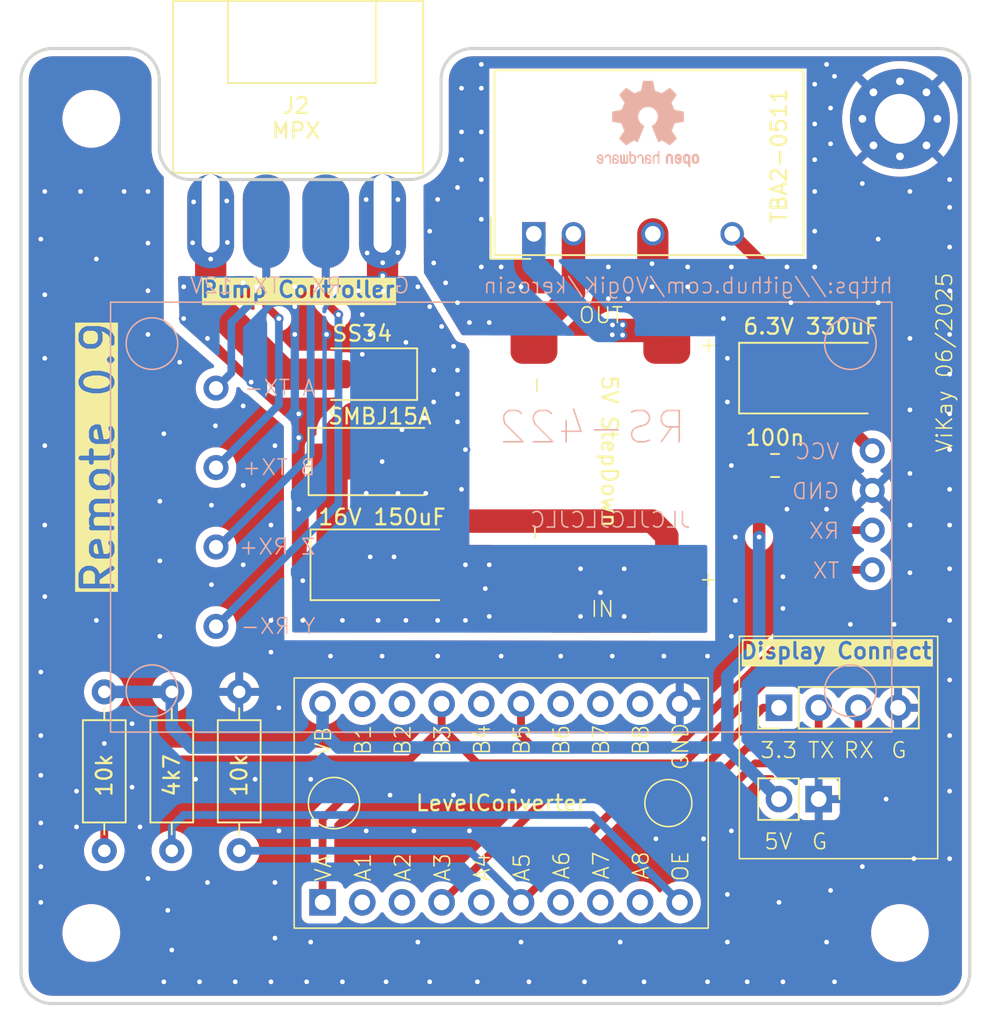
<source format=kicad_pcb>
(kicad_pcb (version 20241229) (generator "pcbnew") (generator_version "9.0")
  (layers (0 "F.Cu" signal) (2 "B.Cu" signal) (13 "F.Paste" user) (15 "B.Paste" user) (5 "F.SilkS" user "F.Silkscreen") (7 "B.SilkS" user "B.Silkscreen") (1 "F.Mask" user) (3 "B.Mask" user) (25 "Edge.Cuts" user))
  (net 0 "")
  (net 1 "Net-(D1-K)")
  (net 2 "GND 12")
  (net 3 "+5VP")
  (net 4 "GND2")
  (net 5 "12V")
  (net 6 "RX+")
  (net 7 "RX-")
  (net 8 "TX+")
  (net 9 "Net-(U1-B3)")
  (net 10 "Net-(U1-OE)")
  (net 21 "Net-(U1-B5)")
  (net 24 "Net-(U4-Out-)")
  (net 25 "Net-(U4-Out+)")
  (net 26 "TX-")
  (net 27 "/RX")
  (net 28 "/TX")
  (net 29 "/3.3V")
  (footprint "Diode_SMD:D_SMB_Handsoldering" (layer "F.Cu") (at 105.664 83.058)
    (property "Reference" "D3" (hide yes))
    (property "Value" "SMBJ15A")
  )
  (footprint "Diode_SMD:D_SMA" (layer "F.Cu") (at 104.394 77.47 180)
    (property "Reference" "D1" (hide yes))
    (property "Value" "SS34")
  )
  (footprint "Capacitor_Tantalum_SMD:CP_EIA-7343-31_Kemet-D_Pad2.25x2.55mm_HandSolder" (layer "F.Cu") (at 105.664 89.662)
    (property "Reference" "C1" (hide yes))
    (property "Value" "16V 150uF")
  )
  (footprint "MountingHole:MountingHole_3.2mm_M3_ISO7380" (layer "F.Cu") (at 87.050876 61.142876)
    (property "Reference" "H1" (hide yes))
    (property "Value" "MountingHole" (hide yes))
  )
  (footprint "ViKay2_Library:TBA2-xxxx_liegend" (layer "F.Cu") (at 115.369501 68.4955 90)
    (property "Reference" "U6" (hide yes))
    (property "Value" "TBA2-0511")
  )
  (footprint "ViKay2_Library:Step-Down 5V" (layer "F.Cu") (at 119.634 83.058 90)
    (property "Reference" "U4" (hide yes))
    (property "Value" "5V StepDown")
  )
  (footprint "Resistor_THT:R_Axial_DIN0207_L6.3mm_D2.5mm_P10.16mm_Horizontal" (layer "F.Cu") (at 87.884 97.79 -90)
    (property "Reference" "R1" (hide yes))
    (property "Value" "10k")
  )
  (footprint "MountingHole:MountingHole_3.2mm_M3_Pad_Via" (layer "F.Cu") (at 138.805884 61.142876)
    (property "Reference" "H4" (hide yes))
    (property "Value" "MountingHole" (hide yes))
  )
  (footprint "Capacitor_Tantalum_SMD:CP_EIA-7343-31_Kemet-D_Pad2.25x2.55mm_HandSolder" (layer "F.Cu") (at 133.096 77.724)
    (property "Reference" "C6" (hide yes))
    (property "Value" "6.3V 330uF")
  )
  (footprint "ViKay_Library:MPX_Adapter_small_6Pol" (layer "F.Cu") (at 100.158 67.2)
    (property "Reference" "J2")
    (property "Value" "MPX Kabel")
  )
  (footprint "Resistor_THT:R_Axial_DIN0207_L6.3mm_D2.5mm_P10.16mm_Horizontal" (layer "F.Cu") (at 96.52 107.95 90)
    (property "Reference" "R3" (hide yes))
    (property "Value" "10k")
  )
  (footprint "Connector_PinHeader_2.54mm:PinHeader_1x04_P2.54mm_Vertical" (layer "F.Cu") (at 131.064 98.806 90)
    (property "Reference" "J3" (hide yes))
    (property "Value" "Conn_01x04_Pin" (hide yes))
  )
  (footprint "MountingHole:MountingHole_3.2mm_M3_ISO7380" (layer "F.Cu") (at 87.050876 113.209545)
    (property "Reference" "H2" (hide yes))
    (property "Value" "MountingHole" (hide yes))
  )
  (footprint "ViKay2_Library:LevelConversion_TXB0108" (layer "F.Cu") (at 113.284 104.902 90)
    (property "Reference" "U1" (hide yes))
    (property "Value" "LevelConverter")
  )
  (footprint "MountingHole:MountingHole_3.2mm_M3_ISO7380" (layer "F.Cu") (at 138.805884 113.209545)
    (property "Reference" "H3" (hide yes))
    (property "Value" "MountingHole" (hide yes))
  )
  (footprint "Connector_PinHeader_2.54mm:PinHeader_1x02_P2.54mm_Vertical" (layer "F.Cu") (at 133.604 104.648 -90)
    (property "Reference" "J1" (hide yes))
    (property "Value" "5V" (hide yes))
  )
  (footprint "Capacitor_SMD:C_0805_2012Metric_Pad1.18x1.45mm_HandSolder" (layer "F.Cu") (at 130.81 83.312)
    (property "Reference" "C5" (hide yes))
    (property "Value" "100n")
  )
  (footprint "Resistor_THT:R_Axial_DIN0207_L6.3mm_D2.5mm_P10.16mm_Horizontal" (layer "F.Cu") (at 92.202 97.79 -90)
    (property "Reference" "R2" (hide yes))
    (property "Value" "4k7")
  )
  (footprint "ViKay2_Library:QYF-998_RS-422" (layer "B.Cu") (at 137.034 82.364 180)
    (property "Reference" "U7" (hide yes))
    (property "Value" "~")
  )
  (footprint "Symbol:OSHW-Logo2_7.3x6mm_SilkScreen" (layer "B.Cu") (at 122.682 61.468 180)
    (property "Reference" "REF**" (hide yes))
    (property "Value" "OSHW-Logo2_7.3x6mm_SilkScreen" (hide yes))
  )
  (gr_rect (start 128.524 94.234) (end 141.224 108.458) (stroke (width 0.1)) (fill no) (layer "F.SilkS"))
  (gr_line (start 143.275075 58.657681) (end 143.275075 115.723961) (stroke (width 0.2)) (layer "Edge.Cuts"))
  (gr_arc (start 141.275075 56.642) (mid 142.694814 57.233367) (end 143.275075 58.657681) (stroke (width 0.2)) (layer "Edge.Cuts"))
  (gr_line (start 109.436075 63.024061) (end 109.436075 58.641961) (stroke (width 0.2)) (layer "Edge.Cuts"))
  (gr_arc (start 109.436075 58.641961) (mid 110.021868 57.227783) (end 111.436075 56.642) (stroke (width 0.2)) (layer "Edge.Cuts"))
  (gr_arc (start 143.275075 115.723961) (mid 142.68338 117.144142) (end 141.258362 117.724091) (stroke (width 0.2)) (layer "Edge.Cuts"))
  (gr_line (start 82.55 115.724091) (end 82.55 58.641961) (stroke (width 0.2)) (layer "Edge.Cuts"))
  (gr_arc (start 84.549975 117.724091) (mid 83.135786 117.1383) (end 82.55 115.724091) (stroke (width 0.2)) (layer "Edge.Cuts"))
  (gr_arc (start 93.402075 65.024061) (mid 91.987861 64.438275) (end 91.402075 63.024061) (stroke (width 0.2)) (layer "Edge.Cuts"))
  (gr_arc (start 109.436075 63.024061) (mid 108.850289 64.438275) (end 107.436075 65.024061) (stroke (width 0.2)) (layer "Edge.Cuts"))
  (gr_line (start 111.436075 56.642) (end 141.275075 56.642) (stroke (width 0.2)) (layer "Edge.Cuts"))
  (gr_arc (start 89.402075 56.642) (mid 90.821814 57.233367) (end 91.402075 58.657681) (stroke (width 0.2)) (layer "Edge.Cuts"))
  (gr_arc (start 82.55 58.641961) (mid 83.138331 57.225218) (end 84.557186 56.642) (stroke (width 0.2)) (layer "Edge.Cuts"))
  (gr_line (start 84.557186 56.642) (end 89.402075 56.642) (stroke (width 0.2)) (layer "Edge.Cuts"))
  (gr_line (start 91.402075 58.657681) (end 91.402075 63.024061) (stroke (width 0.2)) (layer "Edge.Cuts"))
  (gr_line (start 141.258362 117.724091) (end 84.549975 117.724091) (stroke (width 0.2)) (layer "Edge.Cuts"))
  (gr_line (start 93.402075 65.024061) (end 107.436075 65.024061) (stroke (width 0.2)) (layer "Edge.Cuts"))
  (gr_text "TX" (at 132.842 102.108 0) (layer "F.SilkS") (effects (font (size 1 1) (thickness 0.1)) (justify left bottom)))
  (gr_text "3.3" (at 129.794 102.108 0) (layer "F.SilkS") (effects (font (size 1 1) (thickness 0.1)) (justify left bottom)))
  (gr_text "RX" (at 135.128 102.108 0) (layer "F.SilkS") (effects (font (size 1 1) (thickness 0.1)) (justify left bottom)))
  (gr_text "Pump Controller" (at 93.98 72.644 0) (layer "F.SilkS" knockout) (effects (font (size 1 1) (thickness 0.2) (bold yes)) (justify left bottom)))
  (gr_text "ViKay 06/2025" (at 142.24 82.55 90) (layer "F.SilkS") (effects (font (size 1 1) (thickness 0.1)) (justify left bottom)))
  (gr_text "Display Connect" (at 128.524 95.758 0) (layer "F.SilkS" knockout) (effects (font (size 1 1) (thickness 0.2) (bold yes)) (justify left bottom)))
  (gr_text "G" (at 138.176 102.108 0) (layer "F.SilkS") (effects (font (size 1 1) (thickness 0.1)) (justify left bottom)))
  (gr_text "5V" (at 130.048 107.95 0) (layer "F.SilkS") (effects (font (size 1 1) (thickness 0.1)) (justify left bottom)))
  (gr_text "Remote 0.9" (at 88.646 91.694 90) (layer "F.SilkS" knockout) (effects (font (size 2 2) (thickness 0.3)) (justify left bottom)))
  (gr_text "G" (at 133.096 107.95 0) (layer "F.SilkS") (effects (font (size 1 1) (thickness 0.1)) (justify left bottom)))
  (gr_text "RX" (at 102.108 72.39 0) (layer "B.SilkS") (effects (font (size 1 1) (thickness 0.1)) (justify bottom mirror)))
  (gr_text "TX" (at 98.298 72.39 0) (layer "B.SilkS") (effects (font (size 1 1) (thickness 0.1)) (justify bottom mirror)))
  (gr_text "12V" (at 94.742 72.39 0) (layer "B.SilkS") (effects (font (size 1 1) (thickness 0.1)) (justify bottom mirror)))
  (gr_text "https://github.com/V0giK/kerosin" (at 138.43 72.39 0) (layer "B.SilkS") (effects (font (size 1 1) (thickness 0.1)) (justify left bottom mirror)))
  (gr_text "JLCJLCJLCJLC" (at 125.476 87.376 0) (layer "B.SilkS") (effects (font (size 1 1) (thickness 0.1)) (justify left bottom mirror)))
  (gr_text "G" (at 106.934 72.39 0) (layer "B.SilkS") (effects (font (size 1 1) (thickness 0.1)) (justify bottom mirror)))
  (segment (start 123.884 87.816) (end 123.884 91.308) (width 1.5) (layer "F.Cu") (net 1))
  (segment (start 104.902 80.264) (end 103.886 80.264) (width 2) (layer "F.Cu") (net 1))
  (segment (start 106.394 77.47) (end 106.394 78.772) (width 2) (layer "F.Cu") (net 1))
  (segment (start 102.464 89.662) (end 102.464 86.868) (width 2) (layer "F.Cu") (net 1))
  (segment (start 102.464 86.868) (end 122.936 86.868) (width 1.5) (layer "F.Cu") (net 1))
  (segment (start 106.394 78.772) (end 104.902 80.264) (width 2) (layer "F.Cu") (net 1))
  (segment (start 122.936 86.868) (end 123.884 87.816) (width 1.5) (layer "F.Cu") (net 1))
  (segment (start 102.464 83.558) (end 102.964 83.058) (width 0.8) (layer "F.Cu") (net 1))
  (segment (start 102.464 86.868) (end 102.464 83.558) (width 2) (layer "F.Cu") (net 1))
  (segment (start 103.886 80.264) (end 102.964 81.186) (width 2) (layer "F.Cu") (net 1))
  (segment (start 102.964 81.186) (end 102.964 83.058) (width 2) (layer "F.Cu") (net 1))
  (segment (start 108.364 74.836) (end 108.364 80.264) (width 0.5) (layer "F.Cu") (net 2))
  (segment (start 105.692 72.164) (end 108.364 74.836) (width 0.5) (layer "F.Cu") (net 2))
  (segment (start 105.692 67.2) (end 105.692 72.164) (width 2) (layer "F.Cu") (net 2))
  (segment (start 108.364 80.264) (end 108.364 83.058) (width 0.5) (layer "F.Cu") (net 2))
  (via (at 96.774 71.628) (size 0.6) (drill 0.3) (layers "F.Cu" "B.Cu") (net 2))
  (via (at 109.474 74.422) (size 0.6) (drill 0.3) (layers "F.Cu" "B.Cu") (net 2))
  (via (at 108.966 77.216) (size 0.6) (drill 0.3) (layers "F.Cu" "B.Cu") (net 2))
  (via (at 106.674223 69.694976) (size 0.6) (drill 0.3) (layers "F.Cu" "B.Cu") (net 2))
  (via (at 102.108 74.93) (size 0.6) (drill 0.3) (layers "F.Cu" "B.Cu") (net 2))
  (via (at 110.49 80.518) (size 0.6) (drill 0.3) (layers "F.Cu" "B.Cu") (net 2))
  (via (at 108.364 80.264) (size 0.6) (drill 0.3) (layers "F.Cu" "B.Cu") (net 2))
  (via (at 100.33 86.106) (size 0.6) (drill 0.3) (layers "F.Cu" "B.Cu") (net 2))
  (via (at 107.188 75.438) (size 0.6) (drill 0.3) (layers "F.Cu" "B.Cu") (net 2))
  (via (at 106.674223 66.302772) (size 0.6) (drill 0.3) (layers "F.Cu" "B.Cu") (net 2))
  (via (at 100.584 90.678) (size 0.6) (drill 0.3) (layers "F.Cu" "B.Cu") (net 2))
  (via (at 112.268 91.186) (size 0.6) (drill 0.3) (layers "F.Cu" "B.Cu") (net 2))
  (via (at 104.648 85.09) (size 0.6) (drill 0.3) (layers "F.Cu" "B.Cu") (net 2))
  (via (at 104.394 76.2) (size 0.6) (drill 0.3) (layers "F.Cu" "B.Cu") (net 2))
  (via (at 104.902 74.93) (size 0.6) (drill 0.3) (layers "F.Cu" "B.Cu") (net 2))
  (via (at 110.998 82.296) (size 0.6) (drill 0.3) (layers "F.Cu" "B.Cu") (net 2))
  (via (at 105.664 83.058) (size 0.6) (drill 0.3) (layers "F.Cu" "B.Cu") (net 2))
  (via (at 118.364 89.916) (size 0.6) (drill 0.3) (layers "F.Cu" "B.Cu") (net 2))
  (via (at 118.364 92.964) (size 0.6) (drill 0.3) (layers "F.Cu" "B.Cu") (net 2))
  (via (at 107.188 93.218) (size 0.6) (drill 0.3) (layers "F.Cu" "B.Cu") (net 2))
  (via (at 105.41 93.218) (size 0.6) (drill 0.3) (layers "F.Cu" "B.Cu") (net 2))
  (via (at 108.966 79.248) (size 0.6) (drill 0.3) (layers "F.Cu" "B.Cu") (net 2))
  (via (at 104.643222 66.302772) (size 0.6) (drill 0.3) (layers "F.Cu" "B.Cu") (net 2))
  (via (at 121.158 92.964) (size 0.6) (drill 0.3) (layers "F.Cu" "B.Cu") (net 2))
  (via (at 108.712 73.152) (size 0.6) (drill 0.3) (layers "F.Cu" "B.Cu") (net 2))
  (via (at 100.076 74.93) (size 0.6) (drill 0.3) (layers "F.Cu" "B.Cu") (net 2))
  (via (at 106.68 85.09) (size 0.6) (drill 0.3) (layers "F.Cu" "B.Cu") (net 2))
  (via (at 105.745148 72.158105) (size 0.6) (drill 0.3) (layers "F.Cu" "B.Cu") (net 2))
  (via (at 103.124 93.218) (size 0.6) (drill 0.3) (layers "F.Cu" "B.Cu") (net 2))
  (via (at 104.708041 69.716583) (size 0.6) (drill 0.3) (layers "F.Cu" "B.Cu") (net 2))
  (via (at 109.22 93.218) (size 0.6) (drill 0.3) (layers "F.Cu" "B.Cu") (net 2))
  (via (at 106.426 89.154) (size 0.6) (drill 0.3) (layers "F.Cu" "B.Cu") (net 2))
  (via (at 100.076 71.882) (size 0.6) (drill 0.3) (layers "F.Cu" "B.Cu") (net 2))
  (via (at 92.964 71.882) (size 0.6) (drill 0.3) (layers "F.Cu" "B.Cu") (net 2))
  (via (at 110.49 78.74) (size 0.6) (drill 0.3) (layers "F.Cu" "B.Cu") (net 2))
  (via (at 105.701936 71.185818) (size 0.6) (drill 0.3) (layers "F.Cu" "B.Cu") (net 2))
  (via (at 107.95 71.882) (size 0.6) (drill 0.3) (layers "F.Cu" "B.Cu") (net 2))
  (via (at 112.522 89.662) (size 0.6) (drill 0.3) (layers "F.Cu" "B.Cu") (net 2))
  (via (at 110.236 75.692) (size 0.6) (drill 0.3) (layers "F.Cu" "B.Cu") (net 2))
  (via (at 100.33 80.01) (size 0.6) (drill 0.3) (layers "F.Cu" "B.Cu") (net 2))
  (via (at 104.14 72.136) (size 0.6) (drill 0.3) (layers "F.Cu" "B.Cu") (net 2))
  (via (at 106.934 81.026) (size 0.6) (drill 0.3) (layers "F.Cu" "B.Cu") (net 2))
  (via (at 112.522 92.964) (size 0.6) (drill 0.3) (layers "F.Cu" "B.Cu") (net 2))
  (via (at 100.584 93.218) (size 0.6) (drill 0.3) (layers "F.Cu" "B.Cu") (net 2))
  (via (at 100.33 81.534) (size 0.6) (drill 0.3) (layers "F.Cu" "B.Cu") (net 2))
  (via (at 105.701936 70.343168) (size 0.6) (drill 0.3) (layers "F.Cu" "B.Cu") (net 2))
  (via (at 92.964 73.914) (size 0.6) (drill 0.3) (layers "F.Cu" "B.Cu") (net 2))
  (via (at 100.076 73.152) (size 0.6) (drill 0.3) (layers "F.Cu" "B.Cu") (net 2))
  (via (at 110.998 93.218) (size 0.6) (drill 0.3) (layers "F.Cu" "B.Cu") (net 2))
  (via (at 97.282 77.978) (size 0.6) (drill 0.3) (layers "F.Cu" "B.Cu") (net 2))
  (via (at 110.998 89.662) (size 0.6) (drill 0.3) (layers "F.Cu" "B.Cu") (net 2))
  (via (at 104.394 73.66) (size 0.6) (drill 0.3) (layers "F.Cu" "B.Cu") (net 2))
  (via (at 110.49 77.216) (size 0.6) (drill 0.3) (layers "F.Cu" "B.Cu") (net 2))
  (via (at 121.158 89.916) (size 0.6) (drill 0.3) (layers "F.Cu" "B.Cu") (net 2))
  (via (at 110.744 84.836) (size 0.6) (drill 0.3) (layers "F.Cu" "B.Cu") (net 2))
  (via (at 108.458 85.09) (size 0.6) (drill 0.3) (layers "F.Cu" "B.Cu") (net 2))
  (via (at 94.488 75.184) (size 0.6) (drill 0.3) (layers "F.Cu" "B.Cu") (net 2))
  (via (at 104.902 89.154) (size 0.6) (drill 0.3) (layers "F.Cu" "B.Cu") (net 2))
  (via (at 119.634 91.44) (size 0.6) (drill 0.3) (layers "F.Cu" "B.Cu") (net 2))
  (segment (start 128.069501 68.4955) (end 129.896 70.321999) (width 0.8) (layer "F.Cu") (net 3))
  (segment (start 129.896 81.026) (end 135.696 81.026) (width 0.8) (layer "F.Cu") (net 3))
  (segment (start 129.896 77.724) (end 129.896 81.026) (width 0.8) (layer "F.Cu") (net 3))
  (segment (start 135.696 81.026) (end 137.034 82.364) (width 0.8) (layer "F.Cu") (net 3))
  (segment (start 129.896 83.1885) (end 129.7725 83.312) (width 0.8) (layer "F.Cu") (net 3))
  (segment (start 129.794 83.3335) (end 129.7725 83.312) (width 0.8) (layer "F.Cu") (net 3))
  (segment (start 129.896 70.321999) (end 129.896 77.724) (width 0.8) (layer "F.Cu") (net 3))
  (segment (start 129.896 81.026) (end 129.896 83.1885) (width 0.8) (layer "F.Cu") (net 3))
  (segment (start 129.794 87.884) (end 129.794 83.3335) (width 0.8) (layer "F.Cu") (net 3))
  (via (at 129.794 87.884) (size 0.6) (drill 0.3) (layers "F.Cu" "B.Cu") (net 3))
  (segment (start 87.884 97.79) (end 92.202 97.79) (width 0.8) (layer "B.Cu") (net 3))
  (segment (start 131.064 104.648) (end 127.762 101.346) (width 0.8) (layer "B.Cu") (net 3))
  (segment (start 101.854 100.33) (end 101.854 98.552) (width 0.8) (layer "B.Cu") (net 3))
  (segment (start 92.202 100.076) (end 93.478025 101.352025) (width 0.8) (layer "B.Cu") (net 3))
  (segment (start 93.478025 101.352025) (end 100.831975 101.352025) (width 0.8) (layer "B.Cu") (net 3))
  (segment (start 100.831975 101.352025) (end 101.854 100.33) (width 0.8) (layer "B.Cu") (net 3))
  (segment (start 129.794 94.742) (end 129.794 87.884) (width 0.8) (layer "B.Cu") (net 3))
  (segment (start 127.762 96.774) (end 129.794 94.742) (width 0.8) (layer "B.Cu") (net 3))
  (segment (start 102.87 101.346) (end 101.854 100.33) (width 0.8) (layer "B.Cu") (net 3))
  (segment (start 127.762 101.346) (end 102.87 101.346) (width 0.8) (layer "B.Cu") (net 3))
  (segment (start 92.202 97.79) (end 92.202 100.076) (width 0.8) (layer "B.Cu") (net 3))
  (segment (start 127.762 101.346) (end 127.762 96.774) (width 0.8) (layer "B.Cu") (net 3))
  (segment (start 122.989501 68.4955) (end 122.989501 70.350499) (width 2) (layer "F.Cu") (net 4))
  (segment (start 122.989501 70.350499) (end 122.936 70.404) (width 0.5) (layer "F.Cu") (net 4))
  (via (at 120.396 95.504) (size 0.6) (drill 0.3) (layers "F.Cu" "B.Cu") (net 4))
  (via (at 128.016 106.68) (size 0.6) (drill 0.3) (layers "F.Cu" "B.Cu") (net 4))
  (via (at 86.36 65.786) (size 0.6) (drill 0.3) (layers "F.Cu" "B.Cu") (net 4))
  (via (at 137.414 68.834) (size 0.6) (drill 0.3) (layers "F.Cu" "B.Cu") (net 4))
  (via (at 84.074 72.39) (size 0.6) (drill 0.3) (layers "F.Cu" "B.Cu") (net 4))
  (via (at 97.536 103.378) (size 0.6) (drill 0.3) (layers "F.Cu" "B.Cu") (net 4))
  (via (at 134.112 57.658) (size 0.6) (drill 0.3) (layers "F.Cu" "B.Cu") (net 4))
  (via (at 141.986 80.01) (size 0.6) (drill 0.3) (layers "F.Cu" "B.Cu") (net 4))
  (via (at 141.986 66.802) (size 0.6) (drill 0.3) (layers "F.Cu" "B.Cu") (net 4))
  (via (at 111.76 116.332) (size 0.6) (drill 0.3) (layers "F.Cu" "B.Cu") (net 4))
  (via (at 89.154 65.786) (size 0.6) (drill 0.3) (layers "F.Cu" "B.Cu") (net 4))
  (via (at 109.22 95.504) (size 0.6) (drill 0.3) (layers "F.Cu" "B.Cu") (net 4))
  (via (at 141.986 104.14) (size 0.6) (drill 0.3) (layers "F.Cu" "B.Cu") (net 4))
  (via (at 128.27 91.948) (size 0.6) (drill 0.3) (layers "F.Cu" "B.Cu") (net 4))
  (via (at 86.106 106.426) (size 0.6) (drill 0.3) (layers "F.Cu" "B.Cu") (net 4))
  (via (at 133.35 63.754) (size 0.6) (drill 0.3) (layers "F.Cu" "B.Cu") (net 4))
  (via (at 139.446 83.82) (size 0.6) (drill 0.3) (layers "F.Cu" "B.Cu") (net 4))
  (via (at 107.696 106.68) (size 0.6) (drill 0.3) (layers "F.Cu" "B.Cu") (net 4))
  (via (at 112.522 74.168) (size 0.6) (drill 0.3) (layers "F.Cu" "B.Cu") (net 4))
  (via (at 106.172 104.394) (size 0.6) (drill 0.3) (layers "F.Cu" "B.Cu") (net 4))
  (via (at 90.17 106.426) (size 0.6) (drill 0.3) (layers "F.Cu" "B.Cu") (net 4))
  (via (at 126.492 116.332) (size 0.6) (drill 0.3) (layers "F.Cu" "B.Cu") (net 4))
  (via (at 128.016 94.234) (size 0.6) (drill 0.3) (layers "F.Cu" "B.Cu") (net 4))
  (via (at 90.678 74.93) (size 0.6) (drill 0.3) (layers "F.Cu" "B.Cu") (net 4))
  (via (at 90.678 65.786) (size 0.6) (drill 0.3) (layers "F.Cu" "B.Cu") (net 4))
  (via (at 112.014 59.182) (size 0.6) (drill 0.3) (layers "F.Cu" "B.Cu") (net 4))
  (via (at 96.774 79.502) (size 0.6) (drill 0.3) (layers "F.Cu" "B.Cu") (net 4))
  (via (at 137.414 72.898) (size 0.6) (drill 0.3) (layers "F.Cu" "B.Cu") (net 4))
  (via (at 112.014 67.564) (size 0.6) (drill 0.3) (layers "F.Cu" "B.Cu") (net 4))
  (via (at 98.806 82.042) (size 0.6) (drill 0.3) (layers "F.Cu" "B.Cu") (net 4))
  (via (at 121.412 72.644) (size 0.6) (drill 0.3) (layers "F.Cu" "B.Cu") (net 4))
  (via (at 99.06 106.68) (size 0.6) (drill 0.3) (layers "F.Cu" "B.Cu") (net 4))
  (via (at 141.986 65.024) (size 0.6) (drill 0.3) (layers "F.Cu" "B.Cu") (net 4))
  (via (at 141.986 77.47) (size 0.6) (drill 0.3) (layers "F.Cu" "B.Cu") (net 4))
  (via (at 111.252 106.68) (size 0.6) (drill 0.3) (layers "F.Cu" "B.Cu") (net 4))
  (via (at 141.986 93.218) (size 0.6) (drill 0.3) (layers "F.Cu" "B.Cu") (net 4))
  (via (at 139.446 79.756) (size 0.6) (drill 0.3) (layers "F.Cu" "B.Cu") (net 4))
  (via (at 98.806 109.982) (size 0.6) (drill 0.3) (layers "F.Cu" "B.Cu") (net 4))
  (via (at 133.35 65.786) (size 0.6) (drill 0.3) (layers "F.Cu" "B.Cu") (net 4))
  (via (at 133.35 61.468) (size 0.6) (drill 0.3) (layers "F.Cu" "B.Cu") (net 4))
  (via (at 110.49 72.898) (size 0.6) (drill 0.3) (layers "F.Cu" "B.Cu") (net 4))
  (via (at 114.046 104.14) (size 0.6) (drill 0.3) (layers "F.Cu" "B.Cu") (net 4))
  (via (at 109.22 66.294) (size 0.6) (drill 0.3) (layers "F.Cu" "B.Cu") (net 4))
  (via (at 126.238 107.188) (size 0.6) (drill 0.3) (layers "F.Cu" "B.Cu") (net 4))
  (via (at 141.986 84.836) (size 0.6) (drill 0.3) (layers "F.Cu" "B.Cu") (net 4))
  (via (at 127.762 113.792) (size 0.6) (drill 0.3) (layers "F.Cu" "B.Cu") (net 4))
  (via (at 102.362 95.504) (size 0.6) (drill 0.3) (layers "F.Cu" "B.Cu") (net 4))
  (via (at 131.064 111.252) (size 0.6) (drill 0.3) (layers "F.Cu" "B.Cu") (net 4))
  (via (at 126.492 95.504) (size 0.6) (drill 0.3) (layers "F.Cu" "B.Cu") (net 4))
  (via (at 141.986 108.458) (size 0.6) (drill 0.3) (layers "F.Cu" "B.Cu") (net 4))
  (via (at 131.572 86.106) (size 0.6) (drill 0.3) (layers "F.Cu" "B.Cu") (net 4))
  (via (at 133.35 68.326) (size 0.6) (drill 0.3) (layers "F.Cu" "B.Cu") (net 4))
  (via (at 141.986 87.122) (size 0.6) (drill 0.3) (layers "F.Cu" "B.Cu") (net 4))
  (via (at 131.318 90.424) (size 0.6) (drill 0.3) (layers "F.Cu" "B.Cu") (net 4))
  (via (at 139.446 87.122) (size 0.6) (drill 0.3) (layers "F.Cu" "B.Cu") (net 4))
  (via (at 92.202 114.3) (size 0.6) (drill 0.3) (layers "F.Cu" "B.Cu") (net 4))
  (via (at 91.44 85.598) (size 0.6) (drill 0.3) (layers "F.Cu" "B.Cu") (net 4))
  (via (at 134.112 86.106) (size 0.6) (drill 0.3) (layers "F.Cu" "B.Cu") (net 4))
  (via (at 87.376 93.218) (size 0.6) (drill 0.3) (layers "F.Cu" "B.Cu") (net 4))
  (via (at 139.7 108.458) (size 0.6) (drill 0.3) (layers "F.Cu" "B.Cu") (net 4))
  (via (at 90.678 72.136) (size 0.6) (drill 0.3) (layers "F.Cu" "B.Cu") (net 4))
  (via (at 123.698 95.504) (size 0.6) (drill 0.3) (layers "F.Cu" "B.Cu") (net 4))
  (via (at 134.62 58.42) (size 0.6) (drill 0.3) (layers "F.Cu" "B.Cu") (net 4))
  (via (at 105.918 116.332) (size 0.6) (drill 0.3) (layers "F.Cu" "B.Cu") (net 4))
  (via (at 98.552 93.218) (size 0.6) (drill 0.3) (layers "F.Cu" "B.Cu") (net 4))
  (via (at 141.986 74.93) (size 0.6) (drill 0.3) (layers "F.Cu" "B.Cu") (net 4))
  (via (at 112.014 61.976) (size 0.6) (drill 0.3) (layers "F.Cu" "B.Cu") (net 4))
  (via (at 94.996 80.772) (size 0.6) (drill 0.3) (layers "F.Cu" "B.Cu") (net 4))
  (via (at 139.446 65.786) (size 0.6) (drill 0.3) (layers "F.Cu" "B.Cu") (net 4))
  (via (at 137.922 104.648) (size 0.6) (drill 0.3) (layers "F.Cu" "B.Cu") (net 4))
  (via (at 115.062 116.332) (size 0.6) (drill 0.3) (layers "F.Cu" "B.Cu") (net 4))
  (via (at 131.826 72.898) (size 0.6) (drill 0.3) (layers "F.Cu" "B.Cu") (net 4))
  (via (at 112.014 70.612) (size 0.6) (drill 0.3) (layers "F.Cu" "B.Cu") (net 4))
  (via (at 91.694 81.28) (size 0.6) (drill 0.3) (layers "F.Cu" "B.Cu") (net 4))
  (via (at 96.266 116.332) (size 0.6) (drill 0.3) (layers "F.Cu" "B.Cu") (net 4))
  (via (at 96.774 89.662) (size 0.6) (drill 0.3) (layers "F.Cu" "B.Cu") (net 4))
  (via (at 136.398 65.278) (size 0.6) (drill 0.3) (layers "F.Cu" "B.Cu") (net 4))
  (via (at 105.664 95.504) (size 0.6) (drill 0.3) (layers "F.Cu" "B.Cu") (net 4))
  (via (at 93.98 116.332) (size 0.6) (drill 0.3) (layers "F.Cu" "B.Cu") (net 4))
  (via (at 134.112 113.792) (size 0.6) (drill 0.3) (layers "F.Cu" "B.Cu") (net 4))
  (via (at 134.366 62.738) (size 0.6) (drill 0.3) (layers "F.Cu" "B.Cu") (net 4))
  (via (at 101.092 103.378) (size 0.6) (drill 0.3) (layers "F.Cu" "B.Cu") (net 4))
  (via (at 134.366 110.49) (size 0.6) (drill 0.3) (layers "F.Cu" "B.Cu") (net 4))
  (via (at 127.762 110.744) (size 0.6) (drill 0.3) (layers "F.Cu" "B.Cu") (net 4))
  (via (at 122.936 70.404) (size 0.6) (drill 0.3) (layers "F.Cu" "B.Cu") (net 4))
  (via (at 110.49 65.532) (size 0.6) (drill 0.3) (layers "F.Cu" "B.Cu") (net 4))
  (via (at 120.142 70.612) (size 0.6) (drill 0.3) (layers "F.Cu" "B.Cu") (net 4))
  (via (at 125.222 70.612) (size 0.6) (drill 0.3) (layers "F.Cu" "B.Cu") (net 4))
  (via (at 127.762 79.248) (size 0.6) (drill 0.3) (layers "F.Cu" "B.Cu") (net 4))
  (via (at 98.552 116.332) (size 0.6) (drill 0.3) (layers "F.Cu" "B.Cu") (net 4))
  (via (at 110.744 59.182) (size 0.6) (drill 0.3) (layers "F.Cu" "B.Cu") (net 4))
  (via (at 91.44 89.408) (size 0.6) (drill 0.3) (layers "F.Cu" "B.Cu") (net 4))
  (via (at 127.508 73.914) (size 0.6) (drill 0.3) (layers "F.Cu" "B.Cu") (net 4))
  (via (at 84.074 82.042) (size 0.6) (drill 0.3) (layers "F.Cu" "B.Cu") (net 4))
  (via (at 114.554 71.882) (size 0.6) (drill 0.3) (layers "F.Cu" "B.Cu") (net 4))
  (via (at 128.016 83.312) (size 0.6) (drill 0.3) (layers "F.Cu" "B.Cu") (net 4))
  (via (at 138.43 93.472) (size 0.6) (drill 0.3) (layers "F.Cu" "B.Cu") (net 4))
  (via (at 109.728 71.628) (size 0.6) (drill 0.3) (layers "F.Cu" "B.Cu") (net 4))
  (via (at 98.806 113.538) (size 0.6) (drill 0.3) (layers "F.Cu" "B.Cu") (net 4))
  (via (at 135.636 93.472) (size 0.6) (drill 0.3) (layers "F.Cu" "B.Cu") (net 4))
  (via (at 83.82 96.52) (size 0.6) (drill 0.3) (layers "F.Cu" "B.Cu") (net 4))
  (via (at 128.27 87.884) (size 0.6) (drill 0.3) (layers "F.Cu" "B.Cu") (net 4))
  (via (at 110.744 63.754) (size 0.6) (drill 0.3) (layers "F.Cu" "B.Cu") (net 4))
  (via (at 100.838 116.332) (size 0.6) (drill 0.3) (layers "F.Cu" "B.Cu") (net 4))
  (via (at 90.678 109.728) (size 0.6) (drill 0.3) (layers "F.Cu" "B.Cu") (net 4))
  (via (at 89.662 99.822) (size 0.6) (drill 0.3) (layers "F.Cu" "B.Cu") (net 4))
  (via (at 94.742 85.852) (size 0.6) (drill 0.3) (layers "F.Cu" "B.Cu") (net 4))
  (via (at 139.446 75.184) (size 0.6) (drill 0.3) (layers "F.Cu" "B.Cu") (net 4))
  (via (at 112.014 57.658) (size 0.6) (drill 0.3) (layers "F.Cu" "B.Cu") (net 4))
  (via (at 123.19 107.188) (size 0.6) (drill 0.3) (layers "F.Cu" "B.Cu") (net 4))
  (via (at 133.35 70.612) (size 0.6) (drill 0.3) (layers "F.Cu" "B.Cu") (net 4))
  (via (at 104.648 106.68) (size 0.6) (drill 0.3) (layers "F.Cu" "B.Cu") (net 4))
  (via (at 83.82 108.966) (size 0.6) (drill 0.3) (layers "F.Cu" "B.Cu") (net 4))
  (via (at 114.554 113.792) (size 0.6) (drill 0.3) (layers "F.Cu" "B.Cu") (net 4))
  (via (at 89.662 103.886) (size 0.6) (drill 0.3) (layers "F.Cu" "B.Cu") (net 4))
  (via (at 113.284 95.504) (size 0.6) (drill 0.3) (layers "F.Cu" "B.Cu") (net 4))
  (via (at 133.35 58.928) (size 0.6) (drill 0.3) (layers "F.Cu" "B.Cu") (net 4))
  (via (at 131.318 92.456) (size 0.6) (drill 0.3) (layers "F.Cu" "B.Cu") (net 4))
  (via (at 83.82 100.584) (size 0.6) (drill 0.3) (layers "F.Cu" "B.Cu") (net 4))
  (via (at 125.222 71.882) (size 0.6) (drill 0.3) (layers "F.Cu" "B.Cu") (net 4))
  (via (at 111.252 74.168) (size 0.6) (drill 0.3) (layers "F.Cu" "B.Cu") (net 4))
  (via (at 131.572 70.612) (size 0.6) (drill 0.3) (layers "F.Cu" "B.Cu") (net 4))
  (via (at 87.376 70.104) (size 0.6) (drill 0.3) (layers "F.Cu" "B.Cu") (net 4))
  (via (at 108.712 116.332) (size 0.6) (drill 0.3) (layers "F.Cu" "B.Cu") (net 4))
  (via (at 91.44 94.234) (size 0.6) (drill 0.3) (layers "F.Cu" "B.Cu") (net 4))
  (via (at 91.948 111.76) (size 0.6) (drill 0.3) (layers "F.Cu" "B.Cu") (net 4))
  (via (at 139.446 90.17) (size 0.6) (drill 0.3) (layers "F.Cu" "B.Cu") (net 4))
  (via (at 93.726 103.378) (size 0.6) (drill 0.3) (layers "F.Cu" "B.Cu") (net 4))
  (via (at 87.884 101.092) (size 0.6) (drill 0.3) (layers "F.Cu" "B.Cu") (net 4))
  (via (at 84.074 91.694) (size 0.6) (drill 0.3) (layers "F.Cu" "B.Cu") (net 4))
  (via (at 108.966 70.358) (size 0.6) (drill 0.3) (layers "F.Cu" "B.Cu") (net 4))
  (via (at 84.074 87.122) (size 0.6) (drill 0.3) (layers "F.Cu" "B.Cu") (net 4))
  (via (at 110.744 61.976) (size 0.6) (drill 0.3) (layers "F.Cu" "B.Cu") (net 4))
  (via (at 86.106 104.14) (size 0.6) (drill 0.3) (layers "F.Cu" "B.Cu") (net 4))
  (via (at 141.986 100.584) (size 0.6) (drill 0.3) (layers "F.Cu" "B.Cu") (net 4))
  (via (at 134.366 60.452) (size 0.6) (drill 0.3) (layers "F.Cu" "B.Cu") (net 4))
  (via (at 112.014 65.024) (size 0.6) (drill 0.3) (layers "F.Cu" "B.Cu") (net 4))
  (via (at 120.142 72.644) (size 0.6) (drill 0.3) (layers "F.Cu" "B.Cu") (net 4))
  (via (at 141.986 72.136) (size 0.6) (drill 0.3) (layers "F.Cu" "B.Cu") (net 4))
  (via (at 128.016 70.612) (size 0.6) (drill 0.3) (layers "F.Cu" "B.Cu") (net 4))
  (via (at 94.742 90.932) (size 0.6) (drill 0.3) (layers "F.Cu" "B.Cu") (net 4))
  (via (at 110.236 104.394) (size 0.6) (drill 0.3) (layers "F.Cu" "B.Cu") (net 4))
  (via (at 103.124 116.332) (size 0.6) (drill 0.3) (layers "F.Cu" "B.Cu") (net 4))
  (via (at 122.936 71.882) (size 0.6) (drill 0.3) (layers "F.Cu" "B.Cu") (net 4))
  (via (at 84.074 65.786) (size 0.6) (drill 0.3) (layers "F.Cu" "B.Cu") (net 4))
  (via (at 141.986 69.342) (size 0.6) (drill 0.3) (layers "F.Cu" "B.Cu") (net 4))
  (via (at 134.62 116.332) (size 0.6) (drill 0.3) (layers "F.Cu" "B.Cu") (net 4))
  (via (at 107.95 113.792) (size 0.6) (drill 0.3) (layers "F.Cu" "B.Cu") (net 4))
  (via (at 83.82 103.124) (size 0.6) (drill 0.3) (layers "F.Cu" "B.Cu") (net 4))
  (via (at 99.06 98.806) (size 0.6) (drill 0.3) (layers "F.Cu" "B.Cu") (net 4))
  (via (at 117.094 95.504) (size 0.6) (drill 0.3) (layers "F.Cu" "B.Cu") (net 4))
  (via (at 94.488 109.982) (size 0.6) (drill 0.3) (layers "F.Cu" "B.Cu") (net 4))
  (via (at 90.678 69.088) (size 0.6) (drill 0.3) (layers "F.Cu" "B.Cu") (net 4))
  (via (at 108.712 68.326) (size 0.6) (drill 0.3) (layers "F.Cu" "B.Cu") (net 4))
  (via (at 84.074 76.454) (size 0.6) (drill 0.3) (layers "F.Cu" "B.Cu") (net 4))
  (via (at 141.986 82.296) (size 0.6) (drill 0.3) (layers "F.Cu" "B.Cu") (net 4))
  (via (at 83.82 68.834) (size 0.6) (drill 0.3) (layers "F.Cu" "B.Cu") (net 4))
  (via (at 136.398 108.966) (size 0.6) (drill 0.3) (layers "F.Cu" "B.Cu") (net 4))
  (via (at 98.552 87.122) (size 0.6) (drill 0.3) (layers "F.Cu" "B.Cu") (net 4))
  (via (at 120.904 113.792) (size 0.6) (drill 0.3) (layers "F.Cu" "B.Cu") (net 4))
  (via (at 101.092 113.792) (size 0.6) (drill 0.3) (layers "F.Cu" "B.Cu") (net 4))
  (via (at 129.032 116.332) (size 0.6) (drill 0.3) (layers "F.Cu" "B.Cu") (net 4))
  (via (at 118.618 116.332) (size 0.6) (drill 0.3) (layers "F.Cu" "B.Cu") (net 4))
  (via (at 113.284 70.612) (size 0.6) (drill 0.3) (layers "F.Cu" "B.Cu") (net 4))
  (via (at 127.762 76.454) (size 0.6) (drill 0.3) (layers "F.Cu" "B.Cu") (net 4))
  (via (at 98.552 95.25) (size 0.6) (drill 0.3) (layers "F.Cu" "B.Cu") (net 4))
  (via (at 122.428 116.332) (size 0.6) (drill 0.3) (layers "F.Cu" "B.Cu") (net 4))
  (via (at 91.694 116.332) (size 0.6) (drill 0.3) (layers "F.Cu" "B.Cu") (net 4))
  (via (at 92.71 76.708) (size 0.6) (drill 0.3) (layers "F.Cu" "B.Cu") (net 4))
  (via (at 131.318 116.332) (size 0.6) (drill 0.3) (layers "F.Cu" "B.Cu") (net 4))
  (via (at 83.82 106.172) (size 0.6) (drill 0.3) (layers "F.Cu" "B.Cu") (net 4))
  (via (at 96.774 84.582) (size 0.6) (drill 0.3) (layers "F.Cu" "B.Cu") (net 4))
  (via (at 141.986 97.028) (size 0.6) (drill 0.3) (layers "F.Cu" "B.Cu") (net 4))
  (via (at 83.82 111.252) (size 0.6) (drill 0.3) (layers "F.Cu" "B.Cu") (net 4))
  (via (at 141.986 89.916) (size 0.6) (drill 0.3) (layers "F.Cu" "B.Cu") (net 4))
  (segment (start 94.692 67.2) (end 94.692 70.104) (width 2) (layer "F.Cu") (net 5))
  (segment (start 94.692 70.104) (end 94.692 72.848) (width 2) (layer "F.Cu") (net 5))
  (segment (start 94.692 72.848) (end 99.314 77.47) (width 2) (layer "F.Cu") (net 5))
  (segment (start 99.314 77.47) (end 102.394 77.47) (width 2) (layer "F.Cu") (net 5))
  (via (at 93.602355 66.454017) (size 0.6) (drill 0.3) (layers "F.Cu" "B.Cu") (net 5))
  (via (at 93.537535 69.068391) (size 0.6) (drill 0.3) (layers "F.Cu" "B.Cu") (net 5))
  (via (at 94.692 70.104) (size 0.6) (drill 0.3) (layers "F.Cu" "B.Cu") (net 5))
  (via (at 95.762994 69.046785) (size 0.6) (drill 0.3) (layers "F.Cu" "B.Cu") (net 5))
  (via (at 95.719781 66.389198) (size 0.6) (drill 0.3) (layers "F.Cu" "B.Cu") (net 5))
  (segment (start 101.092 82.596075) (end 101.092 72.898) (width 0.5) (layer "B.Cu") (net 6))
  (segment (start 102.058 71.832) (end 102.058 67.2) (width 0.5) (layer "B.Cu") (net 6))
  (segment (start 102.108 71.882) (end 102.058 71.832) (width 0.5) (layer "B.Cu") (net 6))
  (segment (start 101.092 72.898) (end 102.108 71.882) (width 0.5) (layer "B.Cu") (net 6))
  (segment (start 95.034 88.524) (end 95.164075 88.524) (width 0.5) (layer "B.Cu") (net 6))
  (segment (start 95.164075 88.524) (end 101.092 82.596075) (width 0.5) (layer "B.Cu") (net 6))
  (segment (start 102.058 72.848) (end 102.87 73.66) (width 0.5) (layer "F.Cu") (net 7))
  (segment (start 102.058 67.2) (end 102.058 72.848) (width 0.5) (layer "F.Cu") (net 7))
  (via (at 102.87 73.66) (size 0.6) (drill 0.3) (layers "F.Cu" "B.Cu") (net 7))
  (segment (start 102.87 73.66) (end 102.87 85.768) (width 0.5) (layer "B.Cu") (net 7))
  (segment (start 102.87 85.768) (end 95.034 93.604) (width 0.5) (layer "B.Cu") (net 7))
  (segment (start 98.248 73.102) (end 99.06 73.914) (width 0.5) (layer "F.Cu") (net 8))
  (segment (start 98.248 67.2) (end 98.248 73.102) (width 0.5) (layer "F.Cu") (net 8))
  (via (at 99.06 73.914) (size 0.6) (drill 0.3) (layers "F.Cu" "B.Cu") (net 8))
  (segment (start 99.06 79.418) (end 95.034 83.444) (width 0.5) (layer "B.Cu") (net 8))
  (segment (start 99.06 73.914) (end 99.06 79.418) (width 0.5) (layer "B.Cu") (net 8))
  (segment (start 107.442 102.108) (end 109.474 100.076) (width 0.5) (layer "F.Cu") (net 9))
  (segment (start 111.76 102.362) (end 124.980318 102.362) (width 0.5) (layer "F.Cu") (net 9))
  (segment (start 109.474 100.076) (end 111.76 102.362) (width 0.5) (layer "F.Cu") (net 9))
  (segment (start 109.474 98.552) (end 109.474 100.076) (width 0.5) (layer "F.Cu") (net 9))
  (segment (start 124.980318 102.362) (end 134.112 93.230318) (width 0.5) (layer "F.Cu") (net 9))
  (segment (start 134.112 90.932) (end 135.06 89.984) (width 0.5) (layer "F.Cu") (net 9))
  (segment (start 134.112 93.230318) (end 134.112 90.932) (width 0.5) (layer "F.Cu") (net 9))
  (segment (start 87.884 103.632) (end 89.408 102.108) (width 0.5) (layer "F.Cu") (net 9))
  (segment (start 87.884 107.95) (end 87.884 103.632) (width 0.5) (layer "F.Cu") (net 9))
  (segment (start 89.408 102.108) (end 107.442 102.108) (width 0.5) (layer "F.Cu") (net 9))
  (segment (start 135.06 89.984) (end 137.034 89.984) (width 0.5) (layer "F.Cu") (net 9))
  (segment (start 92.202 106.426) (end 92.202 107.95) (width 0.5) (layer "B.Cu") (net 10))
  (segment (start 124.714 111.252) (end 119.126 105.664) (width 0.5) (layer "B.Cu") (net 10))
  (segment (start 119.126 105.664) (end 92.964 105.664) (width 0.5) (layer "B.Cu") (net 10))
  (segment (start 92.964 105.664) (end 92.202 106.426) (width 0.5) (layer "B.Cu") (net 10))
  (segment (start 124.399 101.407) (end 132.842 92.964) (width 0.5) (layer "F.Cu") (net 21))
  (segment (start 114.554 98.552) (end 114.554 100.584) (width 0.5) (layer "F.Cu") (net 21))
  (segment (start 114.554 100.584) (end 115.377 101.407) (width 0.5) (layer "F.Cu") (net 21))
  (segment (start 132.842 89.408) (end 134.806 87.444) (width 0.5) (layer "F.Cu") (net 21))
  (segment (start 132.842 92.964) (end 132.842 89.408) (width 0.5) (layer "F.Cu") (net 21))
  (segment (start 134.806 87.444) (end 137.034 87.444) (width 0.5) (layer "F.Cu") (net 21))
  (segment (start 115.377 101.407) (end 124.399 101.407) (width 0.5) (layer "F.Cu") (net 21))
  (segment (start 117.909501 68.4955) (end 117.909501 72.282499) (width 1.5) (layer "F.Cu") (net 24))
  (segment (start 117.909501 72.282499) (end 115.384 74.808) (width 1.5) (layer "F.Cu") (net 24))
  (segment (start 123.752 74.676) (end 123.884 74.808) (width 1.5) (layer "F.Cu") (net 25))
  (segment (start 120.396 74.676) (end 121.158 74.676) (width 1.5) (layer "F.Cu") (net 25))
  (segment (start 121.158 74.676) (end 121.666 74.676) (width 1.5) (layer "F.Cu") (net 25))
  (segment (start 121.666 74.676) (end 123.752 74.676) (width 1.5) (layer "F.Cu") (net 25))
  (via (at 121.055453 74.97037) (size 0.6) (drill 0.3) (layers "F.Cu" "B.Cu") (net 25))
  (via (at 121.055453 74.317377) (size 0.6) (drill 0.3) (layers "F.Cu" "B.Cu") (net 25))
  (via (at 120.406728 74.321645) (size 0.6) (drill 0.3) (layers "F.Cu" "B.Cu") (net 25))
  (via (at 120.393924 74.953299) (size 0.6) (drill 0.3) (layers "F.Cu" "B.Cu") (net 25))
  (segment (start 119.587925 74.676) (end 120.396 74.676) (width 1.5) (layer "B.Cu") (net 25))
  (segment (start 115.369501 70.457576) (end 119.587925 74.676) (width 1.5) (layer "B.Cu") (net 25))
  (segment (start 115.369501 68.4955) (end 115.369501 70.457576) (width 1.5) (layer "B.Cu") (net 25))
  (segment (start 98.248 71.932) (end 96.012 74.168) (width 0.5) (layer "B.Cu") (net 26))
  (segment (start 98.248 67.2) (end 98.248 71.932) (width 0.5) (layer "B.Cu") (net 26))
  (segment (start 96.012 77.386) (end 95.034 78.364) (width 0.5) (layer "B.Cu") (net 26))
  (segment (start 96.012 74.168) (end 96.012 77.386) (width 0.5) (layer "B.Cu") (net 26))
  (segment (start 136.144 100.838) (end 136.144 98.806) (width 0.5) (layer "F.Cu") (net 27))
  (segment (start 126.492 105.41) (end 129.54 102.362) (width 0.5) (layer "F.Cu") (net 27))
  (segment (start 129.54 102.362) (end 134.62 102.362) (width 0.5) (layer "F.Cu") (net 27))
  (segment (start 114.554 111.252) (end 120.396 105.41) (width 0.5) (layer "F.Cu") (net 27))
  (segment (start 120.396 105.41) (end 126.492 105.41) (width 0.5) (layer "F.Cu") (net 27))
  (segment (start 134.62 102.362) (end 136.144 100.838) (width 0.5) (layer "F.Cu") (net 27))
  (segment (start 114.554 111.252) (end 111.252 107.95) (width 0.5) (layer "B.Cu") (net 27))
  (segment (start 111.252 107.95) (end 96.52 107.95) (width 0.5) (layer "B.Cu") (net 27))
  (segment (start 129.032 101.346) (end 132.842 101.346) (width 0.5) (layer "F.Cu") (net 28))
  (segment (start 125.984 104.394) (end 129.032 101.346) (width 0.5) (layer "F.Cu") (net 28))
  (segment (start 133.604 100.584) (end 133.604 98.806) (width 0.5) (layer "F.Cu") (net 28))
  (segment (start 116.332 104.394) (end 125.984 104.394) (width 0.5) (layer "F.Cu") (net 28))
  (segment (start 132.842 101.346) (end 133.604 100.584) (width 0.5) (layer "F.Cu") (net 28))
  (segment (start 109.474 111.252) (end 116.332 104.394) (width 0.5) (layer "F.Cu") (net 28))
  (segment (start 101.854 105.918) (end 101.854 111.252) (width 0.5) (layer "F.Cu") (net 29))
  (segment (start 104.394 103.378) (end 101.854 105.918) (width 0.5) (layer "F.Cu") (net 29))
  (segment (start 130.048 98.806) (end 125.476 103.378) (width 0.5) (layer "F.Cu") (net 29))
  (segment (start 125.476 103.378) (end 104.394 103.378) (width 0.5) (layer "F.Cu") (net 29))
  (segment (start 131.064 98.806) (end 130.048 98.806) (width 0.5) (layer "F.Cu") (net 29))
  (zone (net 4) (net_name "GND2") (layers "F.Cu" "B.Cu") (priority 1) (connect_pads (clearance 0.5)) (min_thickness 0.25) (fill yes (thermal_gap 0.5) (thermal_bridge_width 0.5))
    (polygon (pts (xy 81.28 55.372) (xy 91.694 55.372) (xy 91.689472 74.10393) (xy 99.370545 80.780305) (xy 99.402955 94.489563) (xy 126.983517 94.521972) (xy 126.983517 75.050471) (xy 111.459323 74.985651) (xy 110.76984 74.977296) (xy 108.342338 70.99136) (xy 108.264666 55.657253) (xy 144.526 55.626) (xy 144.526 118.872) (xy 81.208716 119.04838)))
  )
  (zone (net 2) (net_name "GND 12") (layers "F.Cu" "B.Cu") (connect_pads (clearance 0.5)) (min_thickness 0.25) (fill yes (thermal_gap 0.5) (thermal_bridge_width 0.5))
    (polygon (pts (xy 92.358 64.8) (xy 92.71 74.168) (xy 99.822 80.518) (xy 99.822 94.234) (xy 126.746 94.234) (xy 126.746 88.392) (xy 111.252 88.392) (xy 111.252 75.946) (xy 108.204 71.12) (xy 108.158 64.8)))
  )
  (zone (net 0) (net_name "") (layers "F.Cu" "B.Cu") (connect_pads (clearance 0)) (min_thickness 0.25)
    (keepout (tracks allowed) (vias not_allowed) (pads not_allowed) (copperpour not_allowed) (footprints allowed))
    (fill (thermal_gap 0.5) (thermal_bridge_width 0.5))
    (polygon (pts (xy 112.522 57.912) (xy 112.522 70.104) (xy 132.842 70.104) (xy 132.842 57.912)))
  )
)
</source>
